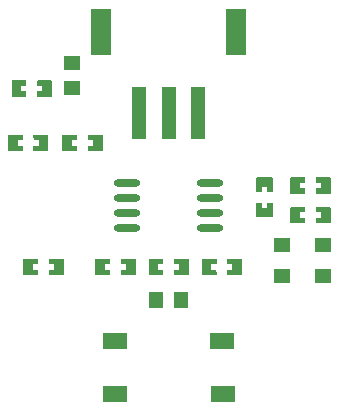
<source format=gtp>
G04 Layer: TopPasteMaskLayer*
G04 EasyEDA v6.5.22, 2023-04-02 13:19:52*
G04 e11523a40a7546c49719b0b35a8351d0,15f4cc3622644fce95c1d8fbedb56722,10*
G04 Gerber Generator version 0.2*
G04 Scale: 100 percent, Rotated: No, Reflected: No *
G04 Dimensions in millimeters *
G04 leading zeros omitted , absolute positions ,4 integer and 5 decimal *
%FSLAX45Y45*%
%MOMM*%

%ADD10R,1.4000X1.2000*%
%ADD11R,1.3005X1.3995*%
%ADD12R,2.1000X1.4000*%
%ADD13O,2.2500082X0.6299962*%
%ADD14R,1.3000X4.5000*%
%ADD15R,1.8000X3.9000*%
%ADD16R,1.3995X1.3005*%

%LPD*%
G36*
X745998Y239979D02*
G01*
X741019Y235000D01*
X741019Y119989D01*
X745998Y115011D01*
X788009Y115519D01*
X788009Y159512D01*
X833018Y159512D01*
X833018Y114503D01*
X874014Y115011D01*
X878992Y119989D01*
X878992Y235000D01*
X874014Y239979D01*
G37*
G36*
X745998Y24993D02*
G01*
X741019Y20015D01*
X741019Y-94996D01*
X745998Y-99974D01*
X874014Y-99974D01*
X878992Y-94996D01*
X878992Y20015D01*
X874014Y24993D01*
X833018Y24485D01*
X833018Y-19507D01*
X788009Y-19507D01*
X788009Y24993D01*
G37*
G36*
X-399999Y-451002D02*
G01*
X-404977Y-455980D01*
X-404520Y-497992D01*
X-360476Y-497992D01*
X-360476Y-543001D01*
X-405485Y-543001D01*
X-404977Y-583996D01*
X-399999Y-588975D01*
X-284988Y-588975D01*
X-280009Y-583996D01*
X-280009Y-455980D01*
X-284988Y-451002D01*
G37*
G36*
X-614984Y-451002D02*
G01*
X-620014Y-455980D01*
X-620014Y-583996D01*
X-614984Y-588975D01*
X-499973Y-588975D01*
X-494995Y-583996D01*
X-495503Y-543001D01*
X-539496Y-543001D01*
X-539496Y-497992D01*
X-494995Y-497992D01*
X-494995Y-455980D01*
X-499973Y-451002D01*
G37*
G36*
X1034999Y-11988D02*
G01*
X1029969Y-16967D01*
X1029969Y-144983D01*
X1034999Y-149961D01*
X1150010Y-149961D01*
X1154988Y-144983D01*
X1154480Y-102971D01*
X1110488Y-102971D01*
X1110488Y-57962D01*
X1155496Y-57962D01*
X1154988Y-16967D01*
X1150010Y-11988D01*
G37*
G36*
X1249984Y-11988D02*
G01*
X1245006Y-16967D01*
X1245514Y-57962D01*
X1289507Y-57962D01*
X1289507Y-102971D01*
X1245006Y-102971D01*
X1245006Y-144983D01*
X1249984Y-149961D01*
X1364996Y-149961D01*
X1369974Y-144983D01*
X1369974Y-16967D01*
X1364996Y-11988D01*
G37*
G36*
X1034999Y239014D02*
G01*
X1029969Y233984D01*
X1029969Y106019D01*
X1034999Y100990D01*
X1150010Y100990D01*
X1154988Y106019D01*
X1154480Y147980D01*
X1110488Y147980D01*
X1110488Y192989D01*
X1155496Y192989D01*
X1154988Y233984D01*
X1150010Y239014D01*
G37*
G36*
X1249984Y239014D02*
G01*
X1245006Y233984D01*
X1245514Y192989D01*
X1289507Y192989D01*
X1289507Y147980D01*
X1245006Y147980D01*
X1245006Y106019D01*
X1249984Y100990D01*
X1364996Y100990D01*
X1369974Y106019D01*
X1369974Y233984D01*
X1364996Y239014D01*
G37*
G36*
X-1224991Y-451002D02*
G01*
X-1230020Y-455980D01*
X-1230020Y-583996D01*
X-1224991Y-588975D01*
X-1109980Y-588975D01*
X-1105001Y-583996D01*
X-1105509Y-541985D01*
X-1149502Y-541985D01*
X-1149502Y-497027D01*
X-1104493Y-497027D01*
X-1105001Y-455980D01*
X-1109980Y-451002D01*
G37*
G36*
X-1010005Y-451002D02*
G01*
X-1014984Y-455980D01*
X-1014476Y-497027D01*
X-970483Y-497027D01*
X-970483Y-541985D01*
X-1014984Y-541985D01*
X-1014984Y-583996D01*
X-1010005Y-588975D01*
X-894994Y-588975D01*
X-890016Y-583996D01*
X-890016Y-455980D01*
X-894994Y-451002D01*
G37*
G36*
X-164998Y-451002D02*
G01*
X-170027Y-455980D01*
X-170027Y-583996D01*
X-164998Y-588975D01*
X-49987Y-588975D01*
X-45008Y-583996D01*
X-45516Y-541985D01*
X-89509Y-541985D01*
X-89509Y-497027D01*
X-44500Y-497027D01*
X-45008Y-455980D01*
X-49987Y-451002D01*
G37*
G36*
X49987Y-451002D02*
G01*
X45008Y-455980D01*
X45516Y-497027D01*
X89509Y-497027D01*
X89509Y-541985D01*
X45008Y-541985D01*
X45008Y-583996D01*
X49987Y-588975D01*
X164998Y-588975D01*
X169976Y-583996D01*
X169976Y-455980D01*
X164998Y-451002D01*
G37*
G36*
X-1325016Y1058976D02*
G01*
X-1329994Y1053998D01*
X-1329994Y925982D01*
X-1325016Y921003D01*
X-1210005Y921003D01*
X-1204976Y925982D01*
X-1205484Y967994D01*
X-1249476Y967994D01*
X-1249476Y1013002D01*
X-1204518Y1013002D01*
X-1204976Y1053998D01*
X-1210005Y1058976D01*
G37*
G36*
X-1109980Y1058976D02*
G01*
X-1115009Y1053998D01*
X-1114501Y1013002D01*
X-1070508Y1013002D01*
X-1070508Y967994D01*
X-1115009Y967994D01*
X-1115009Y925982D01*
X-1109980Y921003D01*
X-995019Y921003D01*
X-989990Y925982D01*
X-989990Y1053998D01*
X-995019Y1058976D01*
G37*
G36*
X499973Y-451002D02*
G01*
X494995Y-455980D01*
X495503Y-497992D01*
X539496Y-497992D01*
X539496Y-543001D01*
X494487Y-543001D01*
X494995Y-583996D01*
X499973Y-588975D01*
X614984Y-588975D01*
X620014Y-583996D01*
X620014Y-455980D01*
X614984Y-451002D01*
G37*
G36*
X284988Y-451002D02*
G01*
X280009Y-455980D01*
X280009Y-583996D01*
X284988Y-588975D01*
X399999Y-588975D01*
X404977Y-583996D01*
X404520Y-543001D01*
X360476Y-543001D01*
X360476Y-497992D01*
X404977Y-497992D01*
X404977Y-455980D01*
X399999Y-451002D01*
G37*
G36*
X-1140002Y598982D02*
G01*
X-1144981Y594004D01*
X-1144524Y551992D01*
X-1100480Y551992D01*
X-1100480Y506984D01*
X-1145489Y506984D01*
X-1144981Y465988D01*
X-1140002Y461009D01*
X-1024991Y461009D01*
X-1020013Y465988D01*
X-1020013Y594004D01*
X-1024991Y598982D01*
G37*
G36*
X-1354988Y598982D02*
G01*
X-1360017Y594004D01*
X-1360017Y465988D01*
X-1354988Y461009D01*
X-1239977Y461009D01*
X-1234998Y465988D01*
X-1235506Y506984D01*
X-1279499Y506984D01*
X-1279499Y551992D01*
X-1234998Y551992D01*
X-1234998Y594004D01*
X-1239977Y598982D01*
G37*
G36*
X-894994Y598982D02*
G01*
X-900023Y594004D01*
X-900023Y465988D01*
X-894994Y461009D01*
X-779983Y461009D01*
X-775004Y465988D01*
X-775512Y508000D01*
X-819505Y508000D01*
X-819505Y553008D01*
X-774496Y553008D01*
X-775004Y594004D01*
X-779983Y598982D01*
G37*
G36*
X-680008Y598982D02*
G01*
X-684987Y594004D01*
X-684479Y553008D01*
X-640486Y553008D01*
X-640486Y508000D01*
X-684987Y508000D01*
X-684987Y465988D01*
X-680008Y461009D01*
X-564997Y461009D01*
X-560019Y465988D01*
X-560019Y594004D01*
X-564997Y598982D01*
G37*
D10*
G01*
X958291Y-330479D03*
G01*
X1305280Y-330479D03*
G01*
X1305280Y-598525D03*
G01*
X958291Y-598525D03*
D11*
G01*
X105029Y-799998D03*
G01*
X-105029Y-799998D03*
D12*
G01*
X455269Y-1144981D03*
G01*
X-455040Y-1144981D03*
G01*
X-455345Y-1594993D03*
G01*
X455371Y-1595018D03*
D13*
G01*
X353009Y-190500D03*
G01*
X353009Y-63500D03*
G01*
X353009Y63500D03*
G01*
X353009Y190500D03*
G01*
X-353009Y-190500D03*
G01*
X-353009Y-63500D03*
G01*
X-353009Y63500D03*
G01*
X-353009Y190500D03*
D14*
G01*
X250012Y785012D03*
G01*
X0Y784987D03*
D15*
G01*
X570001Y1464995D03*
G01*
X-570001Y1464995D03*
D14*
G01*
X-249986Y784987D03*
D16*
G01*
X-819988Y994968D03*
G01*
X-819988Y1205026D03*
M02*

</source>
